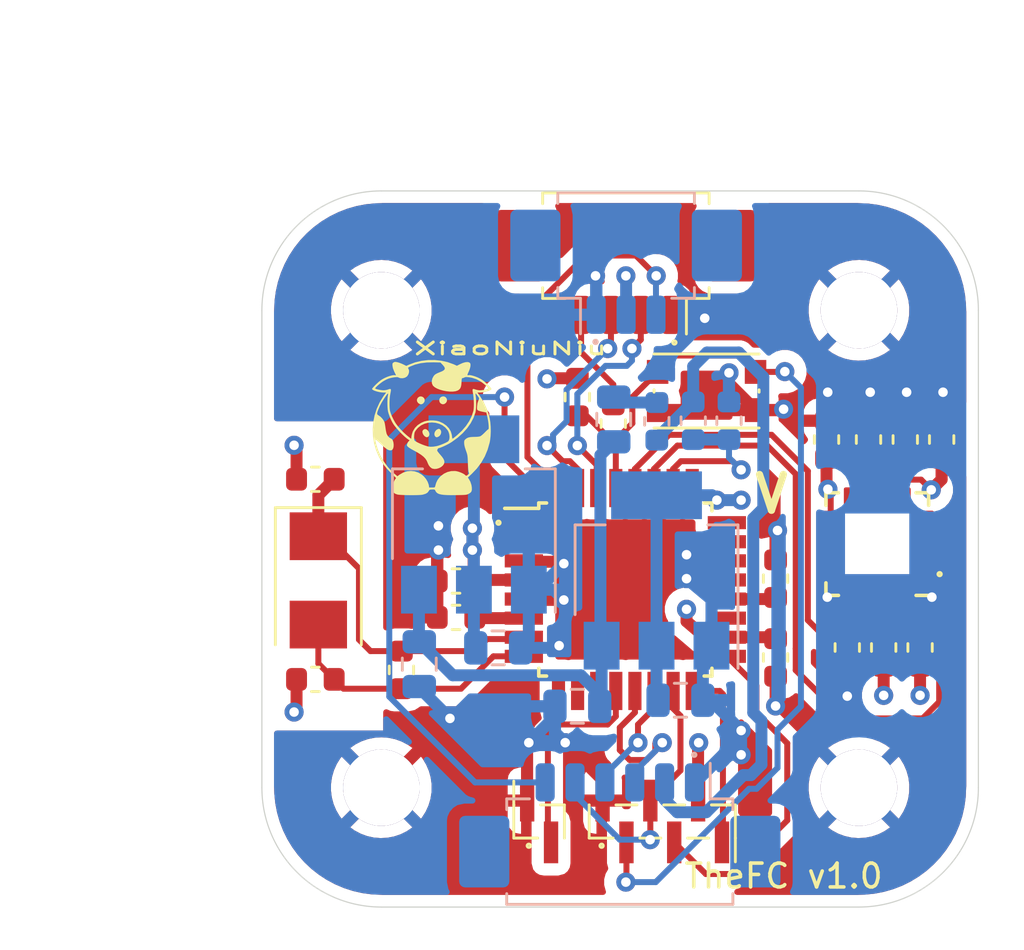
<source format=kicad_pcb>
(kicad_pcb (version 20200628) (host pcbnew "(5.99.0-2358-g6d8fb94d8)")
  (title_block (title "TheFC") (rev "1.0"))
  (layers (0 "F.Cu" mixed) (1 "In1.Cu" power) (2 "In2.Cu" power) (31 "B.Cu" mixed) (34 "B.Paste" user) (35 "F.Paste" user) (36 "B.SilkS" user) (37 "F.SilkS" user) (38 "B.Mask" user) (39 "F.Mask" user) (44 "Edge.Cuts" user))
  (net 0 "")
  (net 1 "GND")
  (net 2 "XTAL1")
  (net 3 "+5V")
  (net 4 "XTAL2")
  (net 5 "+3V3")
  (net 6 "Net-(C6-Pad1)")
  (net 7 "RESET")
  (net 8 "/DTR")
  (net 9 "Net-(C13-Pad1)")
  (net 10 "Net-(C14-Pad1)")
  (net 11 "Net-(C15-Pad1)")
  (net 12 "Net-(F1-Pad2)")
  (net 13 "VCC")
  (net 14 "PPM")
  (net 15 "S4")
  (net 16 "S3{slash}MOSI")
  (net 17 "S2")
  (net 18 "S1")
  (net 19 "BUZ")
  (net 20 "TX")
  (net 21 "RX")
  (net 22 "SCK")
  (net 23 "MISO")
  (net 24 "SDA")
  (net 25 "Net-(R2-Pad1)")
  (net 26 "SCL")
  (net 27 "BAT")
  (net 28 "Net-(U3-Pad25)")
  (net 29 "Net-(U3-Pad24)")
  (net 30 "Net-(U3-Pad23)")
  (net 31 "Net-(U3-Pad22)")
  (net 32 "Net-(U3-Pad19)")
  (net 33 "Net-(U3-Pad11)")
  (net 34 "Net-(U3-Pad10)")
  (net 35 "Net-(U3-Pad9)")
  (net 36 "Net-(U3-Pad2)")
  (net 37 "Net-(U4-Pad12)")
  (net 38 "Net-(U4-Pad7)")
  (net 39 "Net-(U4-Pad6)")
  (module "Button_Switch_SMD:SW_Push_1P1T_NO_CK_KMR2" (layer "F.Cu") (at 118.619375 68.382)
    (fp_text reference "SW1")
    (fp_text value "SW_Push")
    (pad "2" smd rect (at 2.05 0.8) (size 0.9 1) (layers "F.Cu" "F.Paste" "F.Mask") (net 1 "GND"))
    (pad "1" smd rect (at 2.05 -0.8) (size 0.9 1) (layers "F.Cu" "F.Paste" "F.Mask") (net 7 "RESET"))
    (pad "2" smd rect (at -2.05 0.8) (size 0.9 1) (layers "F.Cu" "F.Paste" "F.Mask") (net 1 "GND"))
    (pad "1" smd rect (at -2.05 -0.8) (size 0.9 1) (layers "F.Cu" "F.Paste" "F.Mask") (net 7 "RESET"))
  )
  (module "Crystal:Crystal_SMD_5032-2Pin_5.0x3.2mm" (layer "F.Cu") (at 102.36399 76.3165 -90)
    (fp_text reference "Y1")
    (fp_text value "16MHz")
    (pad "2" smd rect (at 1.85 0 270) (size 2 2.4) (layers "F.Cu" "F.Paste" "F.Mask") (net 4 "XTAL2"))
    (pad "1" smd rect (at -1.85 0 270) (size 2 2.4) (layers "F.Cu" "F.Paste" "F.Mask") (net 2 "XTAL1"))
  )
  (module "Logos:VeryVerySmallCow" (layer "F.Cu") (at 107.112 69.906)
    (fp_text reference "G***")
    (fp_text value "LOGO" hide)
  )
  (module "Connector_PinHeader_1.00mm:PinHeader_1x06_P1.00mm_Vertical_SMD_Pin1Right" (layer "F.Cu") (at 116.764 86.416 -90)
    (fp_text reference "J13")
    (fp_text value "ICSP")
    (pad "5" smd rect (at 0.875 1.5 270) (size 1.75 0.6) (layers "F.Cu" "F.Paste" "F.Mask") (net 7 "RESET"))
    (pad "3" smd rect (at 0.875 -0.5 270) (size 1.75 0.6) (layers "F.Cu" "F.Paste" "F.Mask") (net 22 "SCK"))
    (pad "1" smd rect (at 0.875 -2.5 270) (size 1.75 0.6) (layers "F.Cu" "F.Paste" "F.Mask") (net 23 "MISO"))
    (pad "6" smd rect (at -0.875 2.5 270) (size 1.75 0.6) (layers "F.Cu" "F.Paste" "F.Mask") (net 1 "GND"))
    (pad "4" smd rect (at -0.875 0.5 270) (size 1.75 0.6) (layers "F.Cu" "F.Paste" "F.Mask") (net 16 "S3{slash}MOSI"))
    (pad "2" smd rect (at -0.875 -1.5 270) (size 1.75 0.6) (layers "F.Cu" "F.Paste" "F.Mask") (net 3 "+5V"))
  )
  (module "Connector_PinHeader_1.00mm:PinHeader_1x02_P1.00mm_Vertical_SMD_Pin1Right" (layer "F.Cu") (at 111.6064 86.416 90)
    (fp_text reference "J3")
    (fp_text value "BUZZER")
    (pad "1" smd rect (at 0.875 -0.5 90) (size 1.75 0.6) (layers "F.Cu" "F.Paste" "F.Mask") (net 1 "GND"))
    (pad "2" smd rect (at -0.875 0.5 90) (size 1.75 0.6) (layers "F.Cu" "F.Paste" "F.Mask") (net 19 "BUZ"))
  )
  (module "Connector_Molex:Molex_PicoBlade_53261-0471_1x04-1MP_P1.25mm_Horizontal" (layer "F.Cu") (at 115.24 62.794 180)
    (fp_text reference "J12")
    (fp_text value "FTDI")
    (pad "MP" smd roundrect (at 4.425 0.5 180) (size 2.1 3) (layers "F.Cu" "F.Paste" "F.Mask") (roundrect_rratio 0.1190480952380952))
    (pad "MP" smd roundrect (at -4.425 0.5 180) (size 2.1 3) (layers "F.Cu" "F.Paste" "F.Mask") (roundrect_rratio 0.1190480952380952))
    (pad "4" smd roundrect (at 1.875 -2.4 180) (size 0.8 1.6) (layers "F.Cu" "F.Paste" "F.Mask") (net 8 "/DTR"))
    (pad "3" smd roundrect (at 0.625 -2.4 180) (size 0.8 1.6) (layers "F.Cu" "F.Paste" "F.Mask") (net 20 "TX"))
    (pad "2" smd roundrect (at -0.625 -2.4 180) (size 0.8 1.6) (layers "F.Cu" "F.Paste" "F.Mask") (net 21 "RX"))
    (pad "1" smd roundrect (at -1.875 -2.4 180) (size 0.8 1.6) (layers "F.Cu" "F.Paste" "F.Mask") (net 1 "GND"))
  )
  (module "Connector_Molex:Molex_PicoBlade_53261-0371_1x03-1MP_P1.25mm_Horizontal" (layer "B.Cu") (at 115.25 62.786)
    (fp_text reference "J1")
    (fp_text value "RECEIVER")
    (pad "MP" smd roundrect (at 3.8 -0.5) (size 2.1 3) (layers "B.Cu" "B.Paste" "B.Mask") (roundrect_rratio 0.1190480952380952))
    (pad "MP" smd roundrect (at -3.8 -0.5) (size 2.1 3) (layers "B.Cu" "B.Paste" "B.Mask") (roundrect_rratio 0.1190480952380952))
    (pad "3" smd roundrect (at 1.25 2.4) (size 0.8 1.6) (layers "B.Cu" "B.Paste" "B.Mask") (net 14 "PPM"))
    (pad "2" smd roundrect (at 0 2.4) (size 0.8 1.6) (layers "B.Cu" "B.Paste" "B.Mask") (net 3 "+5V"))
    (pad "1" smd roundrect (at -1.25 2.4) (size 0.8 1.6) (layers "B.Cu" "B.Paste" "B.Mask") (net 1 "GND"))
  )
  (module "Connector_Molex:Molex_PicoBlade_53261-0671_1x06-1MP_P1.25mm_Horizontal" (layer "B.Cu") (at 114.986 87.178 180)
    (fp_text reference "J2")
    (fp_text value "BAT/MOTORS")
    (pad "MP" smd roundrect (at 5.675 -0.5 180) (size 2.1 3) (layers "B.Cu" "B.Paste" "B.Mask") (roundrect_rratio 0.1190480952380952))
    (pad "MP" smd roundrect (at -5.675 -0.5 180) (size 2.1 3) (layers "B.Cu" "B.Paste" "B.Mask") (roundrect_rratio 0.1190480952380952))
    (pad "6" smd roundrect (at 3.125 2.4 180) (size 0.8 1.6) (layers "B.Cu" "B.Paste" "B.Mask") (net 15 "S4"))
    (pad "5" smd roundrect (at 1.875 2.4 180) (size 0.8 1.6) (layers "B.Cu" "B.Paste" "B.Mask") (net 16 "S3{slash}MOSI"))
    (pad "4" smd roundrect (at 0.625 2.4 180) (size 0.8 1.6) (layers "B.Cu" "B.Paste" "B.Mask") (net 17 "S2"))
    (pad "3" smd roundrect (at -0.625 2.4 180) (size 0.8 1.6) (layers "B.Cu" "B.Paste" "B.Mask") (net 18 "S1"))
    (pad "2" smd roundrect (at -1.875 2.4 180) (size 0.8 1.6) (layers "B.Cu" "B.Paste" "B.Mask") (net 13 "VCC"))
    (pad "1" smd roundrect (at -3.125 2.4 180) (size 0.8 1.6) (layers "B.Cu" "B.Paste" "B.Mask") (net 1 "GND"))
  )
  (module "Sensor_Motion:InvenSense_QFN-24_4x4mm_P0.5mm" (layer "F.Cu") (at 125.76629 74.7945 180)
    (fp_text reference "U4")
    (fp_text value "MPU-6050")
    (pad "1" smd roundrect (at -1.95 -1.25 180) (size 0.85 0.3) (layers "F.Cu" "F.Paste" "F.Mask") (net 1 "GND"))
    (pad "2" smd roundrect (at -1.95 -0.75 180) (size 0.85 0.3) (layers "F.Cu" "F.Paste" "F.Mask"))
    (pad "3" smd roundrect (at -1.95 -0.25 180) (size 0.85 0.3) (layers "F.Cu" "F.Paste" "F.Mask"))
    (pad "4" smd roundrect (at -1.95 0.25 180) (size 0.85 0.3) (layers "F.Cu" "F.Paste" "F.Mask"))
    (pad "5" smd roundrect (at -1.95 0.75 180) (size 0.85 0.3) (layers "F.Cu" "F.Paste" "F.Mask"))
    (pad "6" smd roundrect (at -1.95 1.25 180) (size 0.85 0.3) (layers "F.Cu" "F.Paste" "F.Mask") (net 39 "Net-(U4-Pad6)"))
    (pad "7" smd roundrect (at -1.25 1.95 270) (size 0.85 0.3) (layers "F.Cu" "F.Paste" "F.Mask") (net 38 "Net-(U4-Pad7)"))
    (pad "8" smd roundrect (at -0.75 1.95 270) (size 0.85 0.3) (layers "F.Cu" "F.Paste" "F.Mask") (net 5 "+3V3"))
    (pad "9" smd roundrect (at -0.25 1.95 270) (size 0.85 0.3) (layers "F.Cu" "F.Paste" "F.Mask") (net 25 "Net-(R2-Pad1)"))
    (pad "10" smd roundrect (at 0.25 1.95 270) (size 0.85 0.3) (layers "F.Cu" "F.Paste" "F.Mask") (net 10 "Net-(C14-Pad1)"))
    (pad "11" smd roundrect (at 0.75 1.95 270) (size 0.85 0.3) (layers "F.Cu" "F.Paste" "F.Mask") (net 1 "GND"))
    (pad "12" smd roundrect (at 1.25 1.95 270) (size 0.85 0.3) (layers "F.Cu" "F.Paste" "F.Mask") (net 37 "Net-(U4-Pad12)"))
    (pad "13" smd roundrect (at 1.95 1.25 180) (size 0.85 0.3) (layers "F.Cu" "F.Paste" "F.Mask") (net 5 "+3V3"))
    (pad "14" smd roundrect (at 1.95 0.75 180) (size 0.85 0.3) (layers "F.Cu" "F.Paste" "F.Mask"))
    (pad "15" smd roundrect (at 1.95 0.25 180) (size 0.85 0.3) (layers "F.Cu" "F.Paste" "F.Mask"))
    (pad "16" smd roundrect (at 1.95 -0.25 180) (size 0.85 0.3) (layers "F.Cu" "F.Paste" "F.Mask"))
    (pad "17" smd roundrect (at 1.95 -0.75 180) (size 0.85 0.3) (layers "F.Cu" "F.Paste" "F.Mask"))
    (pad "18" smd roundrect (at 1.95 -1.25 180) (size 0.85 0.3) (layers "F.Cu" "F.Paste" "F.Mask") (net 1 "GND"))
    (pad "19" smd roundrect (at 1.25 -1.95 270) (size 0.85 0.3) (layers "F.Cu" "F.Paste" "F.Mask"))
    (pad "20" smd roundrect (at 0.75 -1.95 270) (size 0.85 0.3) (layers "F.Cu" "F.Paste" "F.Mask") (net 11 "Net-(C15-Pad1)"))
    (pad "21" smd roundrect (at 0.25 -1.95 270) (size 0.85 0.3) (layers "F.Cu" "F.Paste" "F.Mask"))
    (pad "22" smd roundrect (at -0.25 -1.95 270) (size 0.85 0.3) (layers "F.Cu" "F.Paste" "F.Mask"))
    (pad "23" smd roundrect (at -0.75 -1.95 270) (size 0.85 0.3) (layers "F.Cu" "F.Paste" "F.Mask") (net 26 "SCL"))
    (pad "24" smd roundrect (at -1.25 -1.95 270) (size 0.85 0.3) (layers "F.Cu" "F.Paste" "F.Mask") (net 24 "SDA"))
  )
  (module "Package_QFP:TQFP-32_7x7mm_P0.8mm" (layer "F.Cu") (at 115.218375 76.6975)
    (fp_text reference "U3")
    (fp_text value "ATmega328P-AU")
    (pad "1" smd rect (at -4.25 -2.8) (size 1.6 0.55) (layers "F.Cu" "F.Paste" "F.Mask") (net 15 "S4"))
    (pad "2" smd rect (at -4.25 -2) (size 1.6 0.55) (layers "F.Cu" "F.Paste" "F.Mask") (net 36 "Net-(U3-Pad2)"))
    (pad "3" smd rect (at -4.25 -1.2) (size 1.6 0.55) (layers "F.Cu" "F.Paste" "F.Mask") (net 1 "GND"))
    (pad "4" smd rect (at -4.25 -0.4) (size 1.6 0.55) (layers "F.Cu" "F.Paste" "F.Mask") (net 3 "+5V"))
    (pad "5" smd rect (at -4.25 0.4) (size 1.6 0.55) (layers "F.Cu" "F.Paste" "F.Mask") (net 1 "GND"))
    (pad "6" smd rect (at -4.25 1.2) (size 1.6 0.55) (layers "F.Cu" "F.Paste" "F.Mask") (net 3 "+5V"))
    (pad "7" smd rect (at -4.25 2) (size 1.6 0.55) (layers "F.Cu" "F.Paste" "F.Mask") (net 2 "XTAL1"))
    (pad "8" smd rect (at -4.25 2.8) (size 1.6 0.55) (layers "F.Cu" "F.Paste" "F.Mask") (net 4 "XTAL2"))
    (pad "9" smd rect (at -2.8 4.25 90) (size 1.6 0.55) (layers "F.Cu" "F.Paste" "F.Mask") (net 35 "Net-(U3-Pad9)"))
    (pad "10" smd rect (at -2 4.25 90) (size 1.6 0.55) (layers "F.Cu" "F.Paste" "F.Mask") (net 34 "Net-(U3-Pad10)"))
    (pad "11" smd rect (at -1.2 4.25 90) (size 1.6 0.55) (layers "F.Cu" "F.Paste" "F.Mask") (net 33 "Net-(U3-Pad11)"))
    (pad "12" smd rect (at -0.4 4.25 90) (size 1.6 0.55) (layers "F.Cu" "F.Paste" "F.Mask") (net 19 "BUZ"))
    (pad "13" smd rect (at 0.4 4.25 90) (size 1.6 0.55) (layers "F.Cu" "F.Paste" "F.Mask") (net 18 "S1"))
    (pad "14" smd rect (at 1.2 4.25 90) (size 1.6 0.55) (layers "F.Cu" "F.Paste" "F.Mask") (net 17 "S2"))
    (pad "15" smd rect (at 2 4.25 90) (size 1.6 0.55) (layers "F.Cu" "F.Paste" "F.Mask") (net 16 "S3{slash}MOSI"))
    (pad "16" smd rect (at 2.8 4.25 90) (size 1.6 0.55) (layers "F.Cu" "F.Paste" "F.Mask") (net 23 "MISO"))
    (pad "17" smd rect (at 4.25 2.8) (size 1.6 0.55) (layers "F.Cu" "F.Paste" "F.Mask") (net 22 "SCK"))
    (pad "18" smd rect (at 4.25 2) (size 1.6 0.55) (layers "F.Cu" "F.Paste" "F.Mask") (net 3 "+5V"))
    (pad "19" smd rect (at 4.25 1.2) (size 1.6 0.55) (layers "F.Cu" "F.Paste" "F.Mask") (net 32 "Net-(U3-Pad19)"))
    (pad "20" smd rect (at 4.25 0.4) (size 1.6 0.55) (layers "F.Cu" "F.Paste" "F.Mask") (net 9 "Net-(C13-Pad1)"))
    (pad "21" smd rect (at 4.25 -0.4) (size 1.6 0.55) (layers "F.Cu" "F.Paste" "F.Mask") (net 1 "GND"))
    (pad "22" smd rect (at 4.25 -1.2) (size 1.6 0.55) (layers "F.Cu" "F.Paste" "F.Mask") (net 31 "Net-(U3-Pad22)"))
    (pad "23" smd rect (at 4.25 -2) (size 1.6 0.55) (layers "F.Cu" "F.Paste" "F.Mask") (net 30 "Net-(U3-Pad23)"))
    (pad "24" smd rect (at 4.25 -2.8) (size 1.6 0.55) (layers "F.Cu" "F.Paste" "F.Mask") (net 29 "Net-(U3-Pad24)"))
    (pad "25" smd rect (at 2.8 -4.25 90) (size 1.6 0.55) (layers "F.Cu" "F.Paste" "F.Mask") (net 28 "Net-(U3-Pad25)"))
    (pad "26" smd rect (at 2 -4.25 90) (size 1.6 0.55) (layers "F.Cu" "F.Paste" "F.Mask") (net 27 "BAT"))
    (pad "27" smd rect (at 1.2 -4.25 90) (size 1.6 0.55) (layers "F.Cu" "F.Paste" "F.Mask") (net 24 "SDA"))
    (pad "28" smd rect (at 0.4 -4.25 90) (size 1.6 0.55) (layers "F.Cu" "F.Paste" "F.Mask") (net 26 "SCL"))
    (pad "29" smd rect (at -0.4 -4.25 90) (size 1.6 0.55) (layers "F.Cu" "F.Paste" "F.Mask") (net 7 "RESET"))
    (pad "30" smd rect (at -1.2 -4.25 90) (size 1.6 0.55) (layers "F.Cu" "F.Paste" "F.Mask") (net 21 "RX"))
    (pad "31" smd rect (at -2 -4.25 90) (size 1.6 0.55) (layers "F.Cu" "F.Paste" "F.Mask") (net 20 "TX"))
    (pad "32" smd rect (at -2.8 -4.25 90) (size 1.6 0.55) (layers "F.Cu" "F.Paste" "F.Mask") (net 14 "PPM"))
  )
  (module "Package_TO_SOT_SMD:SOT-223-3_TabPin2" (layer "B.Cu") (at 116.524 75.9 90)
    (fp_text reference "U2")
    (fp_text value "AMS1117-3.3")
    (pad "2" smd rect (at 3.15 0 90) (size 2 3.8) (layers "B.Cu" "B.Paste" "B.Mask") (net 5 "+3V3"))
    (pad "2" smd rect (at -3.15 0 90) (size 2 1.5) (layers "B.Cu" "B.Paste" "B.Mask") (net 5 "+3V3"))
    (pad "3" smd rect (at -3.15 -2.3 90) (size 2 1.5) (layers "B.Cu" "B.Paste" "B.Mask") (net 6 "Net-(C6-Pad1)"))
    (pad "1" smd rect (at -3.15 2.3 90) (size 2 1.5) (layers "B.Cu" "B.Paste" "B.Mask") (net 1 "GND"))
  )
  (module "Package_TO_SOT_SMD:SOT-223-3_TabPin2" (layer "B.Cu") (at 108.876 73.5545 90)
    (fp_text reference "U1")
    (fp_text value "AMS1117-5.0")
    (pad "2" smd rect (at 3.15 0 90) (size 2 3.8) (layers "B.Cu" "B.Paste" "B.Mask") (net 3 "+5V"))
    (pad "2" smd rect (at -3.15 0 90) (size 2 1.5) (layers "B.Cu" "B.Paste" "B.Mask") (net 3 "+5V"))
    (pad "3" smd rect (at -3.15 -2.3 90) (size 2 1.5) (layers "B.Cu" "B.Paste" "B.Mask") (net 6 "Net-(C6-Pad1)"))
    (pad "1" smd rect (at -3.15 2.3 90) (size 2 1.5) (layers "B.Cu" "B.Paste" "B.Mask") (net 1 "GND"))
  )
  (module "Resistor_SMD:R_0603_1608Metric" (layer "B.Cu") (at 119.558 69.6265 90)
    (fp_text reference "R9")
    (fp_text value "100K")
    (pad "1" smd roundrect (at -0.7875 0 90) (size 0.875 0.95) (layers "B.Cu" "B.Paste" "B.Mask") (net 27 "BAT"))
    (pad "2" smd roundrect (at 0.7875 0 90) (size 0.875 0.95) (layers "B.Cu" "B.Paste" "B.Mask") (net 1 "GND"))
  )
  (module "Resistor_SMD:R_0603_1608Metric" (layer "B.Cu") (at 118.0595 69.6265 -90)
    (fp_text reference "R8")
    (fp_text value "180K")
    (pad "1" smd roundrect (at -0.7875 0 270) (size 0.875 0.95) (layers "B.Cu" "B.Paste" "B.Mask") (net 13 "VCC"))
    (pad "2" smd roundrect (at 0.7875 0 270) (size 0.875 0.95) (layers "B.Cu" "B.Paste" "B.Mask") (net 27 "BAT"))
  )
  (module "Resistor_SMD:R_0603_1608Metric" (layer "F.Cu") (at 113.208 68.636 -90)
    (fp_text reference "R5")
    (fp_text value "10K")
    (pad "1" smd roundrect (at -0.7875 0 270) (size 0.875 0.95) (layers "F.Cu" "F.Paste" "F.Mask") (net 3 "+5V"))
    (pad "2" smd roundrect (at 0.7875 0 270) (size 0.875 0.95) (layers "F.Cu" "F.Paste" "F.Mask") (net 7 "RESET"))
  )
  (module "Resistor_SMD:R_0603_1608Metric" (layer "F.Cu") (at 126.03429 79.1265 90)
    (fp_text reference "R4")
    (fp_text value "4.7K")
    (pad "1" smd roundrect (at -0.7875 0 90) (size 0.875 0.95) (layers "F.Cu" "F.Paste" "F.Mask") (net 5 "+3V3"))
    (pad "2" smd roundrect (at 0.7875 0 90) (size 0.875 0.95) (layers "F.Cu" "F.Paste" "F.Mask") (net 26 "SCL"))
  )
  (module "Resistor_SMD:R_0603_1608Metric" (layer "F.Cu") (at 105.842 80.066 -90)
    (fp_text reference "R3")
    (fp_text value "1M")
    (pad "1" smd roundrect (at -0.7875 0 270) (size 0.875 0.95) (layers "F.Cu" "F.Paste" "F.Mask") (net 2 "XTAL1"))
    (pad "2" smd roundrect (at 0.7875 0 270) (size 0.875 0.95) (layers "F.Cu" "F.Paste" "F.Mask") (net 4 "XTAL2"))
  )
  (module "Resistor_SMD:R_0603_1608Metric" (layer "F.Cu") (at 126.938 70.414 90)
    (fp_text reference "R2")
    (fp_text value "4.7K")
    (pad "1" smd roundrect (at -0.7875 0 90) (size 0.875 0.95) (layers "F.Cu" "F.Paste" "F.Mask") (net 25 "Net-(R2-Pad1)"))
    (pad "2" smd roundrect (at 0.7875 0 90) (size 0.875 0.95) (layers "F.Cu" "F.Paste" "F.Mask") (net 1 "GND"))
  )
  (module "Resistor_SMD:R_0603_1608Metric" (layer "F.Cu") (at 127.55829 79.1265 90)
    (fp_text reference "R1")
    (fp_text value "4.7K")
    (pad "1" smd roundrect (at -0.7875 0 90) (size 0.875 0.95) (layers "F.Cu" "F.Paste" "F.Mask") (net 5 "+3V3"))
    (pad "2" smd roundrect (at 0.7875 0 90) (size 0.875 0.95) (layers "F.Cu" "F.Paste" "F.Mask") (net 24 "SDA"))
  )
  (module "MountingHole:MountingHole_3.2mm_M3" (layer "F.Cu") (at 105 85)
    (fp_text reference "H4")
    (fp_text value "MountingHole_Pad")
    (pad "1" thru_hole circle (at 0 0) (size 3.2 3.2) (drill 3.2) (layers *.Cu *.Mask) (net 1 "GND"))
  )
  (module "MountingHole:MountingHole_3.2mm_M3" (layer "F.Cu") (at 125 85)
    (fp_text reference "H3")
    (fp_text value "MountingHole_Pad")
    (pad "1" thru_hole circle (at 0 0) (size 3.2 3.2) (drill 3.2) (layers *.Cu *.Mask) (net 1 "GND"))
  )
  (module "MountingHole:MountingHole_3.2mm_M3" (layer "F.Cu") (at 125 65)
    (fp_text reference "H2")
    (fp_text value "MountingHole_Pad")
    (pad "1" thru_hole circle (at 0 0) (size 3.2 3.2) (drill 3.2) (layers *.Cu *.Mask) (net 1 "GND"))
  )
  (module "MountingHole:MountingHole_3.2mm_M3" (layer "F.Cu") (at 105 65)
    (fp_text reference "H1")
    (fp_text value "MountingHole_Pad")
    (pad "1" thru_hole circle (at 0 0) (size 3.2 3.2) (drill 3.2) (layers *.Cu *.Mask) (net 1 "GND"))
  )
  (module "Inductor_SMD:L_0805_2012Metric" (layer "B.Cu") (at 114.732 69.5735 -90)
    (fp_text reference "FB2")
    (fp_text value "100 @ 100MHz")
    (pad "1" smd roundrect (at -0.9375 0 270) (size 0.975 1.4) (layers "B.Cu" "B.Paste" "B.Mask") (net 12 "Net-(F1-Pad2)"))
    (pad "2" smd roundrect (at 0.9375 0 270) (size 0.975 1.4) (layers "B.Cu" "B.Paste" "B.Mask") (net 6 "Net-(C6-Pad1)"))
  )
  (module "Fuse:Fuse_0603_1608Metric" (layer "B.Cu") (at 116.5355 69.652 90)
    (fp_text reference "F1")
    (fp_text value "500mA")
    (pad "1" smd roundrect (at -0.7875 0 90) (size 0.875 0.95) (layers "B.Cu" "B.Paste" "B.Mask") (net 13 "VCC"))
    (pad "2" smd roundrect (at 0.7875 0 90) (size 0.875 0.95) (layers "B.Cu" "B.Paste" "B.Mask") (net 12 "Net-(F1-Pad2)"))
  )
  (module "Capacitor_SMD:C_0603_1608Metric" (layer "F.Cu") (at 124.51029 79.1265 -90)
    (fp_text reference "C15")
    (fp_text value "2.2nF")
    (pad "1" smd roundrect (at -0.7875 0 270) (size 0.875 0.95) (layers "F.Cu" "F.Paste" "F.Mask") (net 11 "Net-(C15-Pad1)"))
    (pad "2" smd roundrect (at 0.7875 0 270) (size 0.875 0.95) (layers "F.Cu" "F.Paste" "F.Mask") (net 1 "GND"))
  )
  (module "Capacitor_SMD:C_0603_1608Metric" (layer "F.Cu") (at 125.4 70.414 90)
    (fp_text reference "C14")
    (fp_text value "100nF")
    (pad "1" smd roundrect (at -0.7875 0 90) (size 0.875 0.95) (layers "F.Cu" "F.Paste" "F.Mask") (net 10 "Net-(C14-Pad1)"))
    (pad "2" smd roundrect (at 0.7875 0 90) (size 0.875 0.95) (layers "F.Cu" "F.Paste" "F.Mask") (net 1 "GND"))
  )
  (module "Capacitor_SMD:C_0603_1608Metric" (layer "F.Cu") (at 121.508625 76.24325 90)
    (fp_text reference "C13")
    (fp_text value "100nF")
    (pad "1" smd roundrect (at -0.7875 0 90) (size 0.875 0.95) (layers "F.Cu" "F.Paste" "F.Mask") (net 9 "Net-(C13-Pad1)"))
    (pad "2" smd roundrect (at 0.7875 0 90) (size 0.875 0.95) (layers "F.Cu" "F.Paste" "F.Mask") (net 1 "GND"))
  )
  (module "Capacitor_SMD:C_0603_1608Metric" (layer "F.Cu") (at 114.711375 69.74975 -90)
    (fp_text reference "C12")
    (fp_text value "100nF")
    (pad "1" smd roundrect (at -0.7875 0 270) (size 0.875 0.95) (layers "F.Cu" "F.Paste" "F.Mask") (net 8 "/DTR"))
    (pad "2" smd roundrect (at 0.7875 0 270) (size 0.875 0.95) (layers "F.Cu" "F.Paste" "F.Mask") (net 7 "RESET"))
  )
  (module "Capacitor_SMD:C_0603_1608Metric" (layer "F.Cu") (at 128.462 70.414 90)
    (fp_text reference "C11")
    (fp_text value "10nF")
    (pad "1" smd roundrect (at -0.7875 0 90) (size 0.875 0.95) (layers "F.Cu" "F.Paste" "F.Mask") (net 5 "+3V3"))
    (pad "2" smd roundrect (at 0.7875 0 90) (size 0.875 0.95) (layers "F.Cu" "F.Paste" "F.Mask") (net 1 "GND"))
  )
  (module "Capacitor_SMD:C_0805_2012Metric" (layer "B.Cu") (at 117.526 81.336)
    (fp_text reference "C10")
    (fp_text value "22uF")
    (pad "1" smd roundrect (at -0.9375 0) (size 0.975 1.4) (layers "B.Cu" "B.Paste" "B.Mask") (net 5 "+3V3"))
    (pad "2" smd roundrect (at 0.9375 0) (size 0.975 1.4) (layers "B.Cu" "B.Paste" "B.Mask") (net 1 "GND"))
  )
  (module "Capacitor_SMD:C_0805_2012Metric" (layer "B.Cu") (at 109.892 79.1425)
    (fp_text reference "C9")
    (fp_text value "22uF")
    (pad "1" smd roundrect (at -0.9375 0) (size 0.975 1.4) (layers "B.Cu" "B.Paste" "B.Mask") (net 3 "+5V"))
    (pad "2" smd roundrect (at 0.9375 0) (size 0.975 1.4) (layers "B.Cu" "B.Paste" "B.Mask") (net 1 "GND"))
  )
  (module "Capacitor_SMD:C_0603_1608Metric" (layer "F.Cu") (at 121.508625 79.54525 -90)
    (fp_text reference "C8")
    (fp_text value "100nF")
    (pad "1" smd roundrect (at -0.7875 0 270) (size 0.875 0.95) (layers "F.Cu" "F.Paste" "F.Mask") (net 3 "+5V"))
    (pad "2" smd roundrect (at 0.7875 0 270) (size 0.875 0.95) (layers "F.Cu" "F.Paste" "F.Mask") (net 1 "GND"))
  )
  (module "Capacitor_SMD:C_0805_2012Metric" (layer "B.Cu") (at 113.208 81.59 180)
    (fp_text reference "C7")
    (fp_text value "10uF")
    (pad "1" smd roundrect (at -0.9375 0 180) (size 0.975 1.4) (layers "B.Cu" "B.Paste" "B.Mask") (net 6 "Net-(C6-Pad1)"))
    (pad "2" smd roundrect (at 0.9375 0 180) (size 0.975 1.4) (layers "B.Cu" "B.Paste" "B.Mask") (net 1 "GND"))
  )
  (module "Capacitor_SMD:C_0805_2012Metric" (layer "B.Cu") (at 106.59 79.826 -90)
    (fp_text reference "C6")
    (fp_text value "10uF")
    (pad "1" smd roundrect (at -0.9375 0 270) (size 0.975 1.4) (layers "B.Cu" "B.Paste" "B.Mask") (net 6 "Net-(C6-Pad1)"))
    (pad "2" smd roundrect (at 0.9375 0 270) (size 0.975 1.4) (layers "B.Cu" "B.Paste" "B.Mask") (net 1 "GND"))
  )
  (module "Capacitor_SMD:C_0603_1608Metric" (layer "F.Cu") (at 108.128 77.866 180)
    (fp_text reference "C5")
    (fp_text value "10uF")
    (pad "1" smd roundrect (at -0.7875 0 180) (size 0.875 0.95) (layers "F.Cu" "F.Paste" "F.Mask") (net 3 "+5V"))
    (pad "2" smd roundrect (at 0.7875 0 180) (size 0.875 0.95) (layers "F.Cu" "F.Paste" "F.Mask") (net 1 "GND"))
  )
  (module "Capacitor_SMD:C_0603_1608Metric" (layer "F.Cu") (at 123.641711 70.414 90)
    (fp_text reference "C4")
    (fp_text value "100nF")
    (pad "1" smd roundrect (at -0.7875 0 90) (size 0.875 0.95) (layers "F.Cu" "F.Paste" "F.Mask") (net 5 "+3V3"))
    (pad "2" smd roundrect (at 0.7875 0 90) (size 0.875 0.95) (layers "F.Cu" "F.Paste" "F.Mask") (net 1 "GND"))
  )
  (module "Capacitor_SMD:C_0603_1608Metric" (layer "F.Cu") (at 102.23849 80.46175 180)
    (fp_text reference "C3")
    (fp_text value "22pF")
    (pad "1" smd roundrect (at -0.7875 0 180) (size 0.875 0.95) (layers "F.Cu" "F.Paste" "F.Mask") (net 4 "XTAL2"))
    (pad "2" smd roundrect (at 0.7875 0 180) (size 0.875 0.95) (layers "F.Cu" "F.Paste" "F.Mask") (net 1 "GND"))
  )
  (module "Capacitor_SMD:C_0603_1608Metric" (layer "F.Cu") (at 108.128 76.342 180)
    (fp_text reference "C2")
    (fp_text value "100nF")
    (pad "1" smd roundrect (at -0.7875 0 180) (size 0.875 0.95) (layers "F.Cu" "F.Paste" "F.Mask") (net 3 "+5V"))
    (pad "2" smd roundrect (at 0.7875 0 180) (size 0.875 0.95) (layers "F.Cu" "F.Paste" "F.Mask") (net 1 "GND"))
  )
  (module "Capacitor_SMD:C_0603_1608Metric" (layer "F.Cu") (at 102.23849 72.07975 180)
    (fp_text reference "C1")
    (fp_text value "22pF")
    (pad "1" smd roundrect (at -0.7875 0 180) (size 0.875 0.95) (layers "F.Cu" "F.Paste" "F.Mask") (net 2 "XTAL1"))
    (pad "2" smd roundrect (at 0.7875 0 180) (size 0.875 0.95) (layers "F.Cu" "F.Paste" "F.Mask") (net 1 "GND"))
  )
  (gr_text "V" (at 121.336 72.7) (layer "F.SilkS") (effects (font (size 1.5 1.5) (thickness 0.3))))
  (gr_circle (center 118.10471 83.622) (end 118.05471 83.672) (layer "B.SilkS") (width 0.12))
  (gr_circle (center 113.97 66.3246) (end 113.92 66.3746) (layer "B.SilkS") (width 0.12))
  (gr_circle (center 117.272 66.35) (end 117.322 66.4) (layer "F.SilkS") (width 0.12))
  (gr_text "TheFC v1.0" (at 121.844 88.702) (layer "F.SilkS") (effects (font (size 1 1))))
  (gr_circle (center 114.224 87.432) (end 114.274 87.482) (layer "F.SilkS") (width 0.12))
  (gr_circle (center 111.176 87.432) (end 111.226 87.482) (layer "F.SilkS") (width 0.12))
  (gr_circle (center 128.37729 76.053) (end 128.32729 76.003) (layer "F.SilkS") (width 0.12))
  (gr_circle (center 109.906 73.89929) (end 109.956 73.94929) (layer "F.SilkS") (width 0.12))
  (gr_text "XiaoNiuNiu" (at 110.414 66.604) (layer "F.SilkS") (effects (font (size 0.5 1) (thickness 0.125))))
  (gr_arc (start 105 65) (end 105 60) (angle -90) (layer "Edge.Cuts") (width 0.05))
  (gr_arc (start 105 85) (end 100 85) (angle -90) (layer "Edge.Cuts") (width 0.05))
  (gr_arc (start 125 85) (end 125 90) (angle -90) (layer "Edge.Cuts") (width 0.05))
  (gr_arc (start 125 65) (end 130 65) (angle -90) (layer "Edge.Cuts") (width 0.05))
  (gr_line (start 100 85) (end 100 65) (layer "Edge.Cuts") (width 0.05))
  (gr_line (start 125 90) (end 105 90) (layer "Edge.Cuts") (width 0.05))
  (gr_line (start 130 65) (end 130 85) (layer "Edge.Cuts") (width 0.05))
  (gr_line (start 105 60) (end 125 60) (layer "Edge.Cuts") (width 0.05))
  (segment (start 120.669375 69.182) (end 119.558 68.070625) (width 0.5) (layer "F.Cu") (net 1))
  (segment (start 119.558 68.070625) (end 119.558 67.62) (width 0.5) (layer "F.Cu") (net 1))
  (segment (start 119.468375 76.2975) (end 117.83425 76.2975) (width 0.5) (layer "F.Cu") (net 1))
  (segment (start 117.83425 76.2975) (end 117.78 76.24325) (width 0.5) (layer "F.Cu") (net 1))
  (segment (start 118.636 66.769999) (end 118.0595 67.346499) (width 0.5) (layer "B.Cu") (net 13))
  (segment (start 118.0595 67.346499) (end 118.0595 68.839) (width 0.5) (layer "B.Cu") (net 13))
  (segment (start 120.993999 67.797997) (end 119.966001 66.769999) (width 0.5) (layer "B.Cu") (net 13))
  (segment (start 120.993999 73.302) (end 120.993999 67.797997) (width 0.5) (layer "B.Cu") (net 13))
  (segment (start 119.966001 66.769999) (end 118.636 66.769999) (width 0.5) (layer "B.Cu") (net 13))
  (segment (start 120.574 73.721999) (end 120.993999 73.302) (width 0.5) (layer "B.Cu") (net 13))
  (segment (start 120.574 81.855998) (end 120.574 73.721999) (width 0.5) (layer "B.Cu") (net 13))
  (segment (start 120.916001 82.197999) (end 120.574 81.855998) (width 0.5) (layer "B.Cu") (net 13))
  (segment (start 120.916001 84.030001) (end 120.916001 82.197999) (width 0.5) (layer "B.Cu") (net 13))
  (segment (start 120.160209 84.472001) (end 120.474001 84.472001) (width 0.5) (layer "B.Cu") (net 13))
  (segment (start 117.39103 86.02801) (end 118.6042 86.02801) (width 0.5) (layer "B.Cu") (net 13))
  (segment (start 120.474001 84.472001) (end 120.916001 84.030001) (width 0.5) (layer "B.Cu") (net 13))
  (segment (start 118.6042 86.02801) (end 120.160209 84.472001) (width 0.5) (layer "B.Cu") (net 13))
  (segment (start 116.861 85.49798) (end 117.39103 86.02801) (width 0.5) (layer "B.Cu") (net 13))
  (segment (start 116.489397 88.956) (end 115.24 88.956) (width 0.25) (layer "B.Cu") (net 7))
  (segment (start 120.398386 85.047011) (end 116.489397 88.956) (width 0.25) (layer "B.Cu") (net 7))
  (segment (start 120.712177 85.047011) (end 120.398386 85.047011) (width 0.25) (layer "B.Cu") (net 7))
  (segment (start 121.59 82.568877) (end 121.59 84.169188) (width 0.25) (layer "B.Cu") (net 7))
  (segment (start 122.569001 81.589876) (end 121.59 82.568877) (width 0.25) (layer "B.Cu") (net 7))
  (segment (start 121.59 84.169188) (end 120.712177 85.047011) (width 0.25) (layer "B.Cu") (net 7))
  (segment (start 122.569001 68.243401) (end 122.569001 81.589876) (width 0.25) (layer "B.Cu") (net 7))
  (segment (start 121.8948 67.5692) (end 122.569001 68.243401) (width 0.25) (layer "B.Cu") (net 7))
  (segment (start 117.78 76.24325) (end 117.78 75.24) (width 0.5) (layer "B.Cu") (net 1))
  (segment (start 117.78 76.24325) (end 118.824 77.114625) (width 0.5) (layer "B.Cu") (net 1))
  (segment (start 118.824 77.114625) (end 118.824 79.05) (width 0.5) (layer "B.Cu") (net 1))
  (via (at 117.78 76.24325) (size 0.8) (drill 0.4) (layers "F.Cu" "B.Cu") (net 1))
  (via (at 117.78 75.24) (size 0.8) (drill 0.4) (layers "F.Cu" "B.Cu") (net 1))
  (segment (start 120.066 82.606) (end 120.066 83.622) (width 0.5) (layer "B.Cu") (net 1))
  (segment (start 118.4635 81.336) (end 118.796 81.336) (width 0.5) (layer "B.Cu") (net 1))
  (segment (start 118.796 81.336) (end 120.066 82.606) (width 0.5) (layer "B.Cu") (net 1))
  (segment (start 118.111 84.778) (end 118.148 84.778) (width 0.5) (layer "B.Cu") (net 1))
  (segment (start 118.148 84.778) (end 119.304 83.622) (width 0.5) (layer "B.Cu") (net 1))
  (segment (start 119.304 83.622) (end 120.066 83.622) (width 0.5) (layer "B.Cu") (net 1))
  (via (at 120.066 83.622) (size 0.8) (drill 0.4) (layers "F.Cu" "B.Cu") (net 1))
  (via (at 120.066 82.606) (size 0.8) (drill 0.4) (layers "F.Cu" "B.Cu") (net 1))
  (segment (start 117.264 87.291) (end 118.58901 88.61601) (width 0.25) (layer "F.Cu") (net 22))
  (segment (start 119.750402 88.61601) (end 121.9964 86.370012) (width 0.25) (layer "F.Cu") (net 22))
  (segment (start 118.58901 88.61601) (end 119.750402 88.61601) (width 0.25) (layer "F.Cu") (net 22))
  (segment (start 121.9964 83.138027) (end 120.708615 81.850242) (width 0.25) (layer "F.Cu") (net 22))
  (segment (start 121.9964 86.370012) (end 121.9964 83.138027) (width 0.25) (layer "F.Cu") (net 22))
  (segment (start 120.708615 81.850242) (end 120.708615 80.73774) (width 0.25) (layer "F.Cu") (net 22))
  (segment (start 120.708615 80.73774) (end 119.468375 79.4975) (width 0.25) (layer "F.Cu") (net 22))
  (segment (start 115.618375 72.4475) (end 115.618375 71.6475) (width 0.25) (layer "F.Cu") (net 26))
  (segment (start 115.618375 71.6475) (end 117.047885 70.21799) (width 0.25) (layer "F.Cu") (net 26))
  (segment (start 117.047885 70.21799) (end 121.342804 70.21799) (width 0.25) (layer "F.Cu") (net 26))
  (segment (start 121.342804 70.21799) (end 122.86 71.735186) (width 0.25) (layer "F.Cu") (net 26))
  (segment (start 122.86 71.735186) (end 122.86 77.9832) (width 0.25) (layer "F.Cu") (net 26))
  (segment (start 122.86 77.9832) (end 123.97831 79.10151) (width 0.25) (layer "F.Cu") (net 26))
  (segment (start 123.97831 79.10151) (end 125.27178 79.10151) (width 0.25) (layer "F.Cu") (net 26))
  (segment (start 125.27178 79.10151) (end 126.03429 78.339) (width 0.25) (layer "F.Cu") (net 26))
  (segment (start 123.6982 72.4968) (end 123.641711 72.386179) (width 0.5) (layer "F.Cu") (net 5))
  (segment (start 123.641711 72.386179) (end 123.641711 71.2015) (width 0.5) (layer "F.Cu") (net 5))
  (via (at 123.6982 72.4968) (size 0.8) (drill 0.4) (layers "F.Cu" "B.Cu") (net 5))
  (segment (start 123.6728 77.018) (end 123.81629 76.682) (width 0.25) (layer "F.Cu") (net 1))
  (segment (start 123.81629 76.682) (end 123.81629 76.0445) (width 0.25) (layer "F.Cu") (net 1))
  (via (at 123.6728 77.018) (size 0.8) (drill 0.4) (layers "F.Cu" "B.Cu") (net 1))
  (segment (start 120.669375 69.182) (end 121.806 69.182) (width 0.5) (layer "F.Cu") (net 1))
  (segment (start 121.806 69.182) (end 121.844 69.144) (width 0.5) (layer "F.Cu") (net 1))
  (via (at 121.844 69.144) (size 0.8) (drill 0.4) (layers "F.Cu" "B.Cu") (net 1))
  (segment (start 116.569375 69.182) (end 117.996 69.182) (width 0.5) (layer "F.Cu") (net 1))
  (segment (start 117.996 69.182) (end 119.558 67.62) (width 0.5) (layer "F.Cu") (net 1))
  (segment (start 120.669375 67.582) (end 119.982374 66.894999) (width 0.25) (layer "F.Cu") (net 7))
  (segment (start 119.982374 66.894999) (end 117.256376 66.894999) (width 0.25) (layer "F.Cu") (net 7))
  (segment (start 117.256376 66.894999) (end 116.569375 67.582) (width 0.25) (layer "F.Cu") (net 7))
  (segment (start 114.615 65.194) (end 114.615 66.467) (width 0.25) (layer "F.Cu") (net 20))
  (segment (start 114.615 66.467) (end 114.478 66.604) (width 0.25) (layer "F.Cu") (net 20))
  (segment (start 112.192 70.668) (end 112.192 70.217002) (width 0.25) (layer "B.Cu") (net 20))
  (segment (start 112.192 70.217002) (end 112.75799 69.651012) (width 0.25) (layer "B.Cu") (net 20))
  (segment (start 112.75799 69.651012) (end 112.75799 68.32401) (width 0.25) (layer "B.Cu") (net 20))
  (segment (start 112.75799 68.32401) (end 114.478 66.604) (width 0.25) (layer "B.Cu") (net 20))
  (segment (start 115.494 66.604) (end 115.494 67.112) (width 0.25) (layer "B.Cu") (net 21))
  (segment (start 115.494 67.112) (end 115.276999 67.329001) (width 0.25) (layer "B.Cu") (net 21))
  (segment (start 115.865 65.194) (end 115.865 66.233) (width 0.25) (layer "F.Cu") (net 21))
  (segment (start 115.865 66.233) (end 115.494 66.604) (width 0.25) (layer "F.Cu") (net 21))
  (segment (start 113.365 65.194) (end 113.365 66.761) (width 0.25) (layer "F.Cu") (net 8))
  (segment (start 113.365 66.761) (end 114.711375 68.107375) (width 0.25) (layer "F.Cu") (net 8))
  (segment (start 114.711375 68.107375) (end 114.711375 68.96225) (width 0.25) (layer "F.Cu") (net 8))
  (segment (start 120.669375 67.582) (end 121.882 67.582) (width 0.25) (layer "F.Cu") (net 7))
  (segment (start 121.882 67.582) (end 121.8948 67.5692) (width 0.25) (layer "F.Cu") (net 7))
  (segment (start 114.711375 70.53725) (end 115.511385 69.73724) (width 0.25) (layer "F.Cu") (net 7))
  (segment (start 115.511385 69.73724) (end 115.511385 68.63999) (width 0.25) (layer "F.Cu") (net 7))
  (segment (start 115.511385 68.63999) (end 116.569375 67.582) (width 0.25) (layer "F.Cu") (net 7))
  (segment (start 102.36399 78.1665) (end 102.36399 79.79975) (width 0.25) (layer "F.Cu") (net 4))
  (segment (start 102.36399 79.79975) (end 103.02599 80.46175) (width 0.25) (layer "F.Cu") (net 4))
  (segment (start 102.36399 74.4665) (end 102.36399 72.74175) (width 0.5) (layer "F.Cu") (net 2))
  (segment (start 102.36399 72.74175) (end 103.02599 72.07975) (width 0.5) (layer "F.Cu") (net 2))
  (segment (start 122.352 79.175502) (end 122.352 80.079212) (width 0.25) (layer "F.Cu") (net 24))
  (segment (start 127.666292 82.098) (end 128.3583 81.405992) (width 0.25) (layer "F.Cu") (net 24))
  (segment (start 122.352 80.079212) (end 124.370788 82.098) (width 0.25) (layer "F.Cu") (net 24))
  (segment (start 124.370788 82.098) (end 127.666292 82.098) (width 0.25) (layer "F.Cu") (net 24))
  (segment (start 128.3583 81.405992) (end 128.3583 79.13901) (width 0.25) (layer "F.Cu") (net 24))
  (segment (start 128.3583 79.13901) (end 127.55829 78.339) (width 0.25) (layer "F.Cu") (net 24))
  (segment (start 125.01629 72.8445) (end 125.01629 72.098882) (width 0.25) (layer "F.Cu") (net 1))
  (segment (start 125.01629 72.098882) (end 124.906208 71.9888) (width 0.25) (layer "F.Cu") (net 1))
  (segment (start 125.51629 72.8445) (end 125.51629 71.31779) (width 0.25) (layer "F.Cu") (net 10))
  (segment (start 125.51629 71.31779) (end 125.4 71.2015) (width 0.25) (layer "F.Cu") (net 10))
  (segment (start 126.01629 72.8445) (end 126.01629 72.12321) (width 0.25) (layer "F.Cu") (net 25))
  (segment (start 126.01629 72.12321) (end 126.938 71.2015) (width 0.25) (layer "F.Cu") (net 25))
  (segment (start 126.51629 72.2945) (end 126.7163 72.09449) (width 0.25) (layer "F.Cu") (net 5))
  (segment (start 126.7163 72.09449) (end 127.59918 72.09449) (width 0.25) (layer "F.Cu") (net 5))
  (segment (start 127.59918 72.09449) (end 128.02689 72.5222) (width 0.25) (layer "F.Cu") (net 5))
  (segment (start 128.462 71.2015) (end 128.462 72.08709) (width 0.5) (layer "F.Cu") (net 5))
  (segment (start 128.462 72.08709) (end 128.02689 72.5222) (width 0.5) (layer "F.Cu") (net 5))
  (segment (start 116.418375 72.4475) (end 116.418375 71.6475) (width 0.25) (layer "F.Cu") (net 24))
  (segment (start 116.418375 71.6475) (end 117.397875 70.668) (width 0.25) (layer "F.Cu") (net 24))
  (segment (start 117.397875 70.668) (end 121.156404 70.668) (width 0.25) (layer "F.Cu") (net 24))
  (segment (start 121.156404 70.668) (end 122.352 71.863596) (width 0.25) (layer "F.Cu") (net 24))
  (segment (start 122.352 71.863596) (end 122.352 79.175502) (width 0.25) (layer "F.Cu") (net 24))
  (segment (start 112.2705 81.59) (end 112.2705 82.0195) (width 0.5) (layer "B.Cu") (net 1))
  (segment (start 112.2705 82.0195) (end 111.176 83.114) (width 0.5) (layer "B.Cu") (net 1))
  (segment (start 112.2705 81.59) (end 112.2705 82.6845) (width 0.5) (layer "B.Cu") (net 1))
  (segment (start 112.2705 82.6845) (end 112.7 83.114) (width 0.5) (layer "B.Cu") (net 1))
  (via (at 121.8948 67.5692) (size 0.8) (drill 0.4) (layers "F.Cu" "B.Cu") (net 7))
  (segment (start 125.4 69.6265) (end 125.4 68.504) (width 0.5) (layer "F.Cu") (net 1))
  (segment (start 125.4 68.504) (end 125.471 68.433) (width 0.5) (layer "F.Cu") (net 1))
  (segment (start 123.641711 69.6265) (end 123.641711 68.484289) (width 0.5) (layer "F.Cu") (net 1))
  (segment (start 123.641711 68.484289) (end 123.693 68.433) (width 0.5) (layer "F.Cu") (net 1))
  (via (at 123.693 68.433) (size 0.8) (drill 0.4) (layers "F.Cu" "B.Cu") (net 1))
  (via (at 125.471 68.433) (size 0.8) (drill 0.4) (layers "F.Cu" "B.Cu") (net 1))
  (segment (start 123.641711 69.6265) (end 123.811 69.6265) (width 0.25) (layer "F.Cu") (net 1))
  (segment (start 123.811 69.6265) (end 124.511 70.3265) (width 0.25) (layer "F.Cu") (net 1))
  (segment (start 123.641711 71.2015) (end 123.641711 71.703711) (width 0.5) (layer "F.Cu") (net 5))
  (segment (start 128.462 71.2015) (end 128.462 71.952) (width 0.5) (layer "F.Cu") (net 5))
  (via (at 128.02689 72.5222) (size 0.8) (drill 0.4) (layers "F.Cu" "B.Cu") (net 5))
  (segment (start 128.05229 77.018) (end 127.71629 76.682) (width 0.25) (layer "F.Cu") (net 1))
  (segment (start 127.71629 76.682) (end 127.71629 76.0445) (width 0.25) (layer "F.Cu") (net 1))
  (via (at 128.05229 77.018) (size 0.8) (drill 0.4) (layers "F.Cu" "B.Cu") (net 1))
  (segment (start 124.511 71.593592) (end 124.511 70.3265) (width 0.25) (layer "F.Cu") (net 1))
  (segment (start 124.906208 71.9888) (end 124.511 71.593592) (width 0.25) (layer "F.Cu") (net 1))
  (segment (start 124.511 70.3265) (end 125.414 69.4235) (width 0.25) (layer "F.Cu") (net 1))
  (segment (start 126.938 69.6265) (end 126.938 68.49) (width 0.5) (layer "F.Cu") (net 1))
  (segment (start 126.938 68.49) (end 126.995 68.433) (width 0.5) (layer "F.Cu") (net 1))
  (via (at 126.995 68.433) (size 0.8) (drill 0.4) (layers "F.Cu" "B.Cu") (net 1))
  (segment (start 126.938 69.6265) (end 128.462 69.6265) (width 0.5) (layer "F.Cu") (net 1))
  (segment (start 125.4 69.6265) (end 126.938 69.6265) (width 0.5) (layer "F.Cu") (net 1))
  (segment (start 123.641711 69.6265) (end 125.4 69.6265) (width 0.5) (layer "F.Cu") (net 1))
  (segment (start 123.81629 73.5445) (end 123.81629 72.782) (width 0.25) (layer "F.Cu") (net 5))
  (segment (start 123.81629 72.782) (end 123.73429 72.7) (width 0.25) (layer "F.Cu") (net 5))
  (segment (start 128.462 69.6775) (end 128.462 68.49) (width 0.5) (layer "F.Cu") (net 1))
  (segment (start 128.462 68.49) (end 128.519 68.433) (width 0.5) (layer "F.Cu") (net 1))
  (via (at 128.519 68.433) (size 0.8) (drill 0.4) (layers "F.Cu" "B.Cu") (net 1))
  (segment (start 119.05 72.954) (end 120.066 72.954) (width 0.5) (layer "B.Cu") (net 5))
  (segment (start 116.524 72.75) (end 118.846 72.75) (width 0.5) (layer "B.Cu") (net 5))
  (segment (start 118.846 72.75) (end 119.05 72.954) (width 0.5) (layer "B.Cu") (net 5))
  (segment (start 117.78 77.526) (end 117.78 78.034) (width 0.5) (layer "F.Cu") (net 3))
  (segment (start 117.78 78.034) (end 118.556963 78.6975) (width 0.5) (layer "F.Cu") (net 3))
  (segment (start 118.556963 78.6975) (end 119.468375 78.6975) (width 0.5) (layer "F.Cu") (net 3))
  (via (at 117.78 77.526) (size 0.8) (drill 0.4) (layers "F.Cu" "B.Cu") (net 3))
  (segment (start 114.361 84.450527) (end 115.697527 83.114) (width 0.25) (layer "B.Cu") (net 17))
  (segment (start 115.697527 83.114) (end 115.748 83.114) (width 0.25) (layer "B.Cu") (net 17))
  (segment (start 113.208 70.668) (end 113.208 68.51041) (width 0.25) (layer "B.Cu") (net 21))
  (segment (start 114.389409 67.329001) (end 115.276999 67.329001) (width 0.25) (layer "B.Cu") (net 21))
  (segment (start 113.208 68.51041) (end 114.389409 67.329001) (width 0.25) (layer "B.Cu") (net 21))
  (segment (start 114.478 66.604) (end 114.732 66.604) (width 0.25) (layer "B.Cu") (net 20))
  (segment (start 113.111 85.303) (end 114.986 87.178) (width 0.25) (layer "B.Cu") (net 16))
  (segment (start 114.986 87.178) (end 116.256 87.178) (width 0.25) (layer "B.Cu") (net 16))
  (segment (start 119.558 70.414) (end 119.558 71.176) (width 0.25) (layer "B.Cu") (net 27))
  (segment (start 119.558 71.176) (end 120.066 71.684) (width 0.25) (layer "B.Cu") (net 27))
  (segment (start 117.218375 72.4475) (end 117.218375 71.6475) (width 0.25) (layer "F.Cu") (net 27))
  (segment (start 117.218375 71.6475) (end 117.543385 71.32249) (width 0.25) (layer "F.Cu") (net 27))
  (segment (start 117.543385 71.32249) (end 119.70449 71.32249) (width 0.25) (layer "F.Cu") (net 27))
  (segment (start 119.70449 71.32249) (end 120.066 71.684) (width 0.25) (layer "F.Cu") (net 27))
  (segment (start 106.59 80.814) (end 107.874 82.098) (width 0.5) (layer "B.Cu") (net 1))
  (segment (start 104.5465 79.2785) (end 108.92126 79.2785) (width 0.25) (layer "F.Cu") (net 2))
  (segment (start 104.064 75.81651) (end 104.064 78.796) (width 0.25) (layer "F.Cu") (net 2))
  (segment (start 104.5465 79.2785) (end 104.064 78.796) (width 0.25) (layer "F.Cu") (net 2))
  (segment (start 108.92126 79.2785) (end 109.42727 78.77249) (width 0.25) (layer "F.Cu") (net 2))
  (segment (start 103.41774 80.8535) (end 108.336222 80.8535) (width 0.25) (layer "F.Cu") (net 4))
  (segment (start 108.336222 80.8535) (end 109.692222 79.4975) (width 0.25) (layer "F.Cu") (net 4))
  (segment (start 103.41774 80.8535) (end 103.02599 80.46175) (width 0.25) (layer "F.Cu") (net 4))
  (segment (start 109.692222 79.4975) (end 110.968375 79.4975) (width 0.25) (layer "F.Cu") (net 4))
  (segment (start 121.508625 75.45575) (end 121.508625 74.305375) (width 0.5) (layer "F.Cu") (net 1))
  (segment (start 121.508625 74.305375) (end 121.59 74.224) (width 0.5) (layer "F.Cu") (net 1))
  (segment (start 116.264 85.541) (end 116.264 87.17) (width 0.25) (layer "F.Cu") (net 16))
  (segment (start 116.264 87.17) (end 116.256 87.178) (width 0.25) (layer "F.Cu") (net 16))
  (segment (start 112.192 70.668) (end 112.192 70.922) (width 0.25) (layer "F.Cu") (net 20))
  (segment (start 112.192 70.922) (end 112.59249 71.32249) (width 0.25) (layer "F.Cu") (net 20))
  (segment (start 112.59249 71.32249) (end 112.893365 71.32249) (width 0.25) (layer "F.Cu") (net 20))
  (segment (start 112.893365 71.32249) (end 113.218375 71.6475) (width 0.25) (layer "F.Cu") (net 20))
  (segment (start 113.218375 71.6475) (end 113.218375 72.4475) (width 0.25) (layer "F.Cu") (net 20))
  (segment (start 107.3915 74.0305) (end 107.3915 75.0465) (width 0.5) (layer "B.Cu") (net 1))
  (segment (start 111.1064 85.541) (end 111.1064 83.1836) (width 0.5) (layer "F.Cu") (net 1))
  (segment (start 111.1064 83.1836) (end 111.176 83.114) (width 0.5) (layer "F.Cu") (net 1))
  (segment (start 118.018375 80.9475) (end 119.1695 80.9475) (width 0.25) (layer "F.Cu") (net 23))
  (segment (start 119.1695 80.9475) (end 119.304 81.082) (width 0.25) (layer "F.Cu") (net 23))
  (segment (start 119.304 81.082) (end 119.304 87.251) (width 0.25) (layer "F.Cu") (net 23))
  (segment (start 118.264 85.541) (end 118.264 83.138) (width 0.5) (layer "F.Cu") (net 3))
  (segment (start 118.264 83.138) (end 118.288 83.114) (width 0.5) (layer "F.Cu") (net 3))
  (segment (start 115.748 83.114) (end 115.748 82.35482) (width 0.25) (layer "F.Cu") (net 17))
  (segment (start 115.748 82.35482) (end 116.418375 81.684445) (width 0.25) (layer "F.Cu") (net 17))
  (segment (start 116.764 83.114) (end 116.51 83.114) (width 0.25) (layer "F.Cu") (net 18))
  (segment (start 116.51 83.114) (end 116.473001 83.150999) (width 0.25) (layer "F.Cu") (net 18))
  (segment (start 116.473001 83.150999) (end 116.473001 83.462001) (width 0.25) (layer "F.Cu") (net 18))
  (segment (start 116.473001 83.462001) (end 116.096001 83.839001) (width 0.25) (layer "F.Cu") (net 18))
  (segment (start 116.096001 83.839001) (end 115.399999 83.839001) (width 0.25) (layer "F.Cu") (net 18))
  (segment (start 115.399999 83.839001) (end 114.986 83.425002) (width 0.25) (layer "F.Cu") (net 18))
  (segment (start 114.986 83.425002) (end 114.986 82.48041) (width 0.25) (layer "F.Cu") (net 18))
  (segment (start 114.986 82.48041) (end 115.618375 81.848035) (width 0.25) (layer "F.Cu") (net 18))
  (segment (start 115.618375 81.848035) (end 115.618375 80.9475) (width 0.25) (layer "F.Cu") (net 18))
  (segment (start 117.218375 81.682136) (end 117.526 81.989761) (width 0.25) (layer "F.Cu") (net 16))
  (segment (start 117.526 81.989761) (end 117.526 84.279) (width 0.25) (layer "F.Cu") (net 16))
  (segment (start 117.526 84.279) (end 116.264 85.541) (width 0.25) (layer "F.Cu") (net 16))
  (segment (start 114.264 84.678) (end 112.7 83.114) (width 0.5) (layer "F.Cu") (net 1))
  (segment (start 111.974999 87.159599) (end 111.974999 82.765999) (width 0.25) (layer "F.Cu") (net 19))
  (segment (start 111.974999 82.765999) (end 112.388998 82.352) (width 0.25) (layer "F.Cu") (net 19))
  (segment (start 112.388998 82.352) (end 114.478 82.352) (width 0.25) (layer "F.Cu") (net 19))
  (segment (start 114.478 82.352) (end 114.818375 82.011625) (width 0.25) (layer "F.Cu") (net 19))
  (segment (start 114.818375 82.011625) (end 114.818375 80.9475) (width 0.25) (layer "F.Cu") (net 19))
  (via (at 119.05 72.954) (size 0.8) (drill 0.4) (layers "F.Cu" "B.Cu") (net 5))
  (via (at 120.066 72.954) (size 0.8) (drill 0.4) (layers "F.Cu" "B.Cu") (net 5))
  (segment (start 116.5355 68.8645) (end 114.9605 68.8645) (width 0.5) (layer "B.Cu") (net 12))
  (segment (start 115.611 84.324002) (end 116.764 83.171002) (width 0.25) (layer "B.Cu") (net 18))
  (segment (start 116.764 83.171002) (end 116.764 83.114) (width 0.25) (layer "B.Cu") (net 18))
  (via (at 116.764 83.114) (size 0.8) (drill 0.4) (layers "F.Cu" "B.Cu") (net 18))
  (via (at 115.748 83.114) (size 0.8) (drill 0.4) (layers "F.Cu" "B.Cu") (net 17))
  (segment (start 112.7785 83.0355) (end 112.7 83.114) (width 0.5) (layer "B.Cu") (net 1))
  (segment (start 114.17399 78.99999) (end 114.17399 71.06901) (width 0.5) (layer "B.Cu") (net 6))
  (segment (start 114.17399 71.06901) (end 114.732 70.511) (width 0.5) (layer "B.Cu") (net 6))
  (segment (start 113.208 67.8485) (end 111.9635 67.8485) (width 0.5) (layer "F.Cu") (net 3))
  (segment (start 111.9635 67.8485) (end 111.938 67.874) (width 0.5) (layer "F.Cu") (net 3))
  (via (at 111.938 67.874) (size 0.8) (drill 0.4) (layers "F.Cu" "B.Cu") (net 3))
  (segment (start 113.597625 69.4235) (end 114.711375 70.53725) (width 0.25) (layer "F.Cu") (net 7))
  (segment (start 113.208 70.668) (end 114.018375 71.478375) (width 0.25) (layer "F.Cu") (net 21))
  (segment (start 114.018375 71.478375) (end 114.018375 72.4475) (width 0.25) (layer "F.Cu") (net 21))
  (segment (start 110.16 68.636) (end 107.108088 68.636) (width 0.25) (layer "B.Cu") (net 15))
  (segment (start 105.334 70.410088) (end 105.334 81.18583) (width 0.25) (layer "B.Cu") (net 15))
  (segment (start 107.108088 68.636) (end 105.334 70.410088) (width 0.25) (layer "B.Cu") (net 15))
  (segment (start 105.334 81.18583) (end 108.92617 84.778) (width 0.25) (layer "B.Cu") (net 15))
  (segment (start 108.92617 84.778) (end 111.861 84.778) (width 0.25) (layer "B.Cu") (net 15))
  (via (at 107.874 82.098) (size 0.8) (drill 0.4) (layers "F.Cu" "B.Cu") (net 1))
  (segment (start 106.59 78.8885) (end 107.99401 80.29251) (width 0.5) (layer "B.Cu") (net 6))
  (segment (start 107.99401 80.29251) (end 113.35601 80.29251) (width 0.5) (layer "B.Cu") (net 6))
  (segment (start 113.35601 80.29251) (end 114.224 81.1605) (width 0.5) (layer "B.Cu") (net 6))
  (segment (start 110.968375 73.8975) (end 110.968375 71.987462) (width 0.25) (layer "F.Cu") (net 15))
  (segment (start 110.968375 71.987462) (end 110.16 71.179087) (width 0.25) (layer "F.Cu") (net 15))
  (segment (start 110.16 71.179087) (end 110.16 68.636) (width 0.25) (layer "F.Cu") (net 15))
  (via (at 110.16 68.636) (size 0.8) (drill 0.4) (layers "F.Cu" "B.Cu") (net 15))
  (via (at 113.208 70.668) (size 0.8) (drill 0.4) (layers "F.Cu" "B.Cu") (net 21))
  (via (at 111.938 70.668) (size 0.8) (drill 0.4) (layers "F.Cu" "B.Cu") (net 20))
  (via (at 114.478 66.604) (size 0.8) (drill 0.4) (layers "F.Cu" "B.Cu") (net 20))
  (via (at 115.494 66.604) (size 0.8) (drill 0.4) (layers "F.Cu" "B.Cu") (net 21))
  (via (at 120.066 71.684) (size 0.8) (drill 0.4) (layers "F.Cu" "B.Cu") (net 27))
  (segment (start 112.418375 72.4475) (end 111.118374 71.147499) (width 0.25) (layer "F.Cu") (net 14))
  (segment (start 111.118374 71.147499) (end 111.118374 65.149624) (width 0.25) (layer "F.Cu") (net 14))
  (segment (start 111.118374 65.149624) (end 113.561999 62.705999) (width 0.25) (layer "F.Cu") (net 14))
  (segment (start 113.561999 62.705999) (end 115.659999 62.705999) (width 0.25) (layer "F.Cu") (net 14))
  (segment (start 115.659999 62.705999) (end 116.51 63.556) (width 0.25) (layer "F.Cu") (net 14))
  (segment (start 116.5 65.186) (end 116.5 63.566) (width 0.25) (layer "B.Cu") (net 14))
  (segment (start 116.5 63.566) (end 116.51 63.556) (width 0.5) (layer "B.Cu") (net 14))
  (via (at 116.51 63.556) (size 0.8) (drill 0.4) (layers "F.Cu" "B.Cu") (net 14))
  (segment (start 114 65.186) (end 114 63.586) (width 0.5) (layer "B.Cu") (net 1))
  (segment (start 114 63.586) (end 113.97 63.556) (width 0.5) (layer "B.Cu") (net 1))
  (via (at 113.97 63.556) (size 0.8) (drill 0.4) (layers "F.Cu" "B.Cu") (net 1))
  (segment (start 115.25 65.186) (end 115.25 63.566) (width 0.5) (layer "B.Cu") (net 3))
  (segment (start 115.25 63.566) (end 115.24 63.556) (width 0.5) (layer "B.Cu") (net 3))
  (via (at 115.24 63.556) (size 0.8) (drill 0.4) (layers "F.Cu" "B.Cu") (net 3))
  (via (at 116.256 87.178) (size 0.8) (drill 0.4) (layers "F.Cu" "B.Cu") (net 16))
  (segment (start 110.8295 79.1425) (end 112.3535 79.1425) (width 0.5) (layer "B.Cu") (net 1))
  (segment (start 112.3535 79.1425) (end 112.446 79.05) (width 0.5) (layer "B.Cu") (net 1))
  (via (at 112.446 79.05) (size 0.8) (drill 0.4) (layers "F.Cu" "B.Cu") (net 1))
  (segment (start 118.4635 81.336) (end 118.4635 79.4105) (width 0.5) (layer "B.Cu") (net 1))
  (segment (start 126.03429 79.914) (end 126.03429 81.133) (width 0.5) (layer "F.Cu") (net 5))
  (segment (start 127.55829 79.914) (end 127.55829 81.133) (width 0.5) (layer "F.Cu") (net 5))
  (via (at 127.55829 81.133) (size 0.8) (drill 0.4) (layers "F.Cu" "B.Cu") (net 5))
  (via (at 126.03429 81.133) (size 0.8) (drill 0.4) (layers "F.Cu" "B.Cu") (net 5))
  (via (at 112.7 83.114) (size 0.8) (drill 0.4) (layers "F.Cu" "B.Cu") (net 1))
  (segment (start 115.264 87.291) (end 115.264 88.932) (width 0.25) (layer "F.Cu") (net 7))
  (segment (start 115.264 88.932) (end 115.24 88.956) (width 0.5) (layer "F.Cu") (net 7))
  (segment (start 111.551375 76.7045) (end 112.642625 75.61325) (width 0.5) (layer "B.Cu") (net 1))
  (segment (start 119.558 68.839) (end 119.558 67.62) (width 0.5) (layer "B.Cu") (net 1))
  (via (at 119.558 67.62) (size 0.8) (drill 0.4) (layers "F.Cu" "B.Cu") (net 1))
  (segment (start 116.524 79.05) (end 116.524 81.2715) (width 0.5) (layer "B.Cu") (net 5))
  (segment (start 114.224 79.05) (end 114.224 81.1605) (width 0.5) (layer "B.Cu") (net 6))
  (segment (start 114.818375 72.4475) (end 114.818375 70.64425) (width 0.25) (layer "F.Cu") (net 7))
  (segment (start 111.176 76.7045) (end 112.209875 76.7045) (width 0.5) (layer "B.Cu") (net 1))
  (segment (start 112.209875 76.7045) (end 112.642625 77.13725) (width 0.5) (layer "B.Cu") (net 1))
  (segment (start 108.8145 74.1315) (end 108.8145 75.0465) (width 0.5) (layer "B.Cu") (net 3))
  (segment (start 108.876 70.4045) (end 108.876 74.07) (width 0.5) (layer "B.Cu") (net 3))
  (segment (start 108.876 74.07) (end 108.8145 74.1315) (width 0.5) (layer "B.Cu") (net 3))
  (segment (start 108.876 76.7045) (end 108.876 75.108) (width 0.5) (layer "B.Cu") (net 3))
  (segment (start 108.876 75.108) (end 108.8145 75.0465) (width 0.5) (layer "B.Cu") (net 3))
  (segment (start 102.36399 74.1165) (end 104.064 75.81651) (width 0.25) (layer "F.Cu") (net 2))
  (via (at 115.24 88.956) (size 0.8) (drill 0.4) (layers "F.Cu" "B.Cu") (net 7))
  (via (at 118.288 83.114) (size 0.8) (drill 0.4) (layers "F.Cu" "B.Cu") (net 3))
  (segment (start 117.115 65.194) (end 118.402 65.194) (width 0.5) (layer "F.Cu") (net 1))
  (segment (start 118.402 65.194) (end 118.542 65.334) (width 0.5) (layer "F.Cu") (net 1))
  (via (at 118.542 65.334) (size 0.8) (drill 0.4) (layers "F.Cu" "B.Cu") (net 1))
  (via (at 111.176 83.114) (size 0.8) (drill 0.4) (layers "F.Cu" "B.Cu") (net 1))
  (segment (start 110.94551 78.77249) (end 109.42727 78.77249) (width 0.25) (layer "F.Cu") (net 2))
  (segment (start 127.55829 79.914) (end 126.03429 79.914) (width 0.5) (layer "F.Cu") (net 5))
  (segment (start 125.01629 76.7445) (end 125.01629 77.833) (width 0.25) (layer "F.Cu") (net 11))
  (segment (start 125.01629 77.833) (end 124.51029 78.339) (width 0.25) (layer "F.Cu") (net 11))
  (segment (start 127.01629 76.7445) (end 127.01629 77.797) (width 0.25) (layer "F.Cu") (net 24))
  (segment (start 127.01629 77.797) (end 127.55829 78.339) (width 0.25) (layer "F.Cu") (net 24))
  (segment (start 126.51629 76.7445) (end 126.51629 77.857) (width 0.25) (layer "F.Cu") (net 26))
  (segment (start 126.51629 77.857) (end 126.03429 78.339) (width 0.25) (layer "F.Cu") (net 26))
  (segment (start 126.51629 72.8445) (end 126.51629 72.2945) (width 0.25) (layer "F.Cu") (net 5))
  (segment (start 101.45099 80.46175) (end 101.45099 81.72825) (width 0.5) (layer "F.Cu") (net 1))
  (segment (start 101.45099 81.72825) (end 101.34799 81.83125) (width 0.5) (layer "F.Cu") (net 1))
  (segment (start 101.45099 72.07975) (end 101.45099 70.75825) (width 0.5) (layer "F.Cu") (net 1))
  (segment (start 101.45099 70.75825) (end 101.34799 70.65525) (width 0.5) (layer "F.Cu") (net 1))
  (segment (start 121.508625 80.33275) (end 121.508625 81.57725) (width 0.5) (layer "F.Cu") (net 1))
  (segment (start 119.468375 78.6975) (end 121.206875 78.6975) (width 0.5) (layer "F.Cu") (net 3))
  (segment (start 119.468375 77.0975) (end 121.257375 77.0975) (width 0.5) (layer "F.Cu") (net 9))
  (segment (start 107.3405 76.342) (end 107.3405 75.0975) (width 0.5) (layer "F.Cu") (net 1))
  (segment (start 110.968375 77.8975) (end 109.059375 77.8975) (width 0.5) (layer "F.Cu") (net 3))
  (segment (start 110.968375 76.2975) (end 109.008875 76.2975) (width 0.5) (layer "F.Cu") (net 3))
  (segment (start 108.8645 76.342) (end 108.8645 75.1975) (width 0.5) (layer "F.Cu") (net 3))
  (segment (start 108.8645 75.1975) (end 108.8145 75.1475) (width 0.5) (layer "F.Cu") (net 3))
  (segment (start 108.8145 75.1475) (end 108.8145 74.1315) (width 0.5) (layer "F.Cu") (net 3))
  (segment (start 107.2895 75.1485) (end 107.3915 75.0465) (width 0.5) (layer "F.Cu") (net 1))
  (segment (start 116.524 79.05) (end 116.524 72.75) (width 0.5) (layer "B.Cu") (net 5))
  (via (at 108.8145 74.1315) (size 0.8) (drill 0.4) (layers "F.Cu" "B.Cu") (net 3))
  (via (at 124.51029 81.1645) (size 0.8) (drill 0.4) (layers "F.Cu" "B.Cu") (net 1))
  (segment (start 124.51029 79.914) (end 124.51029 81.1645) (width 0.5) (layer "F.Cu") (net 1))
  (segment (start 111.031625 75.53375) (end 112.563125 75.53375) (width 0.5) (layer "F.Cu") (net 1))
  (segment (start 112.563125 75.53375) (end 112.642625 75.61325) (width 0.5) (layer "B.Cu") (net 1))
  (segment (start 111.031625 77.13375) (end 112.639125 77.13375) (width 0.5) (layer "F.Cu") (net 1))
  (via (at 108.8145 75.0465) (size 0.8) (drill 0.4) (layers "F.Cu" "B.Cu") (net 3))
  (via (at 107.3915 74.0305) (size 0.8) (drill 0.4) (layers "F.Cu" "B.Cu") (net 1))
  (via (at 107.3915 75.0465) (size 0.8) (drill 0.4) (layers "F.Cu" "B.Cu") (net 1))
  (via (at 112.642625 77.13725) (size 0.8) (drill 0.4) (layers "F.Cu" "B.Cu") (net 1))
  (via (at 112.642625 75.61325) (size 0.8) (drill 0.4) (layers "F.Cu" "B.Cu") (net 1))
  (segment (start 111.176 76.7045) (end 111.176 78.796) (width 0.5) (layer "B.Cu") (net 1))
  (segment (start 106.576 76.7045) (end 106.576 78.8745) (width 0.5) (layer "B.Cu") (net 6))
  (segment (start 108.876 76.7045) (end 108.876 79.064) (width 0.5) (layer "B.Cu") (net 3))
  (via (at 121.59 74.224) (size 0.8) (drill 0.4) (layers "F.Cu" "B.Cu") (net 1))
  (via (at 101.34799 70.65525) (size 0.8) (drill 0.4) (layers "F.Cu" "B.Cu") (net 1))
  (via (at 101.34799 81.83125) (size 0.8) (drill 0.4) (layers "F.Cu" "B.Cu") (net 1))
  (segment (start 116.5355 70.363) (end 118.0595 68.839) (width 0.5) (layer "B.Cu") (net 13))
  (segment (start 118.0595 70.414) (end 119.558 70.414) (width 0.5) (layer "B.Cu") (net 27))
  (via (at 121.508625 81.57725) (size 0.8) (drill 0.4) (layers "F.Cu" "B.Cu") (net 1))
  (segment (start 107.3405 77.866) (end 107.3405 76.393) (width 0.5) (layer "F.Cu") (net 1))
  (segment (start 108.9155 77.866) (end 108.9155 76.393) (width 0.5) (layer "F.Cu") (net 3))
  (zone (net 0) (net_name "") (layers "F.Cu" "In1.Cu" "In2.Cu" "B.Cu") (connect_pads (clearance 0.508)) (min_thickness 0.254)
    (keepout (tracks allowed) (vias allowed) (pads allowed) (copperpour not_allowed) (footprints allowed))
    (fill (thermal_gap 0.508) (thermal_bridge_width 0.508))
    (polygon (pts (xy 124.41489 73.513) (xy 127.10729 73.513) (xy 127.107288 76.053) (xy 124.414888 76.053)))
  )
  (zone (net 0) (net_name "") (layers "F.Cu" "In1.Cu" "B.Cu") (connect_pads (clearance 0.508)) (min_thickness 0.254)
    (keepout (tracks allowed) (vias allowed) (pads allowed) (copperpour not_allowed) (footprints allowed))
    (fill (thermal_gap 0.508) (thermal_bridge_width 0.508))
    (polygon (pts (xy 105.08 78.542) (xy 109.398 78.542) (xy 109.652 78.288) (xy 111.938 78.288) (xy 111.938 79.812) (xy 109.906 79.812) (xy 108.128 81.59) (xy 105.08 81.59) (xy 105.08 82.606) (xy 100 82.606) (xy 100 69.652) (xy 105.08 69.652)))
  )
  (zone (net 1) (net_name "GND") (layer "F.Cu") (connect_pads (clearance 0.508)) (min_thickness 0.254) (fill yes (thermal_gap 0.508) (thermal_bridge_width 0.508))
    (polygon (pts (xy 130 90) (xy 100 90) (xy 100 60) (xy 130 60)))
  )
  (zone (net 1) (net_name "GND") (layer "B.Cu") (connect_pads (clearance 0.508)) (min_thickness 0.254) (fill yes (thermal_gap 0.508) (thermal_bridge_width 0.508))
    (polygon (pts (xy 130 90) (xy 100 90) (xy 100 60) (xy 130 60)))
  )
)
</source>
